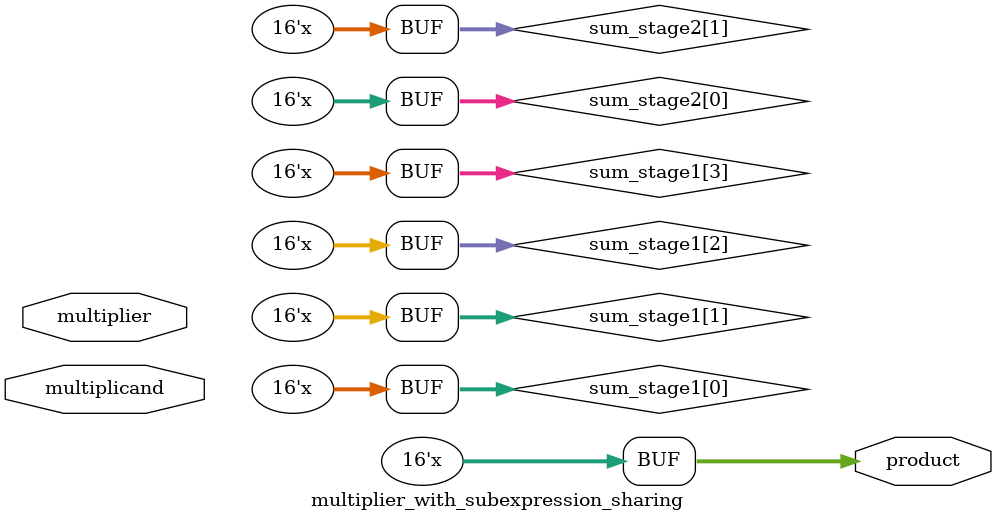
<source format=v>
module multiplier_with_subexpression_sharing(
    input [7:0] multiplicand,  // 8-bit multiplicand
    input [7:0] multiplier,    // 8-bit multiplier
    output [15:0] product      // 16-bit product output
);

wire [15:0] partial_products[7:0];  // Array to hold partial products

// Generate partial products using subexpression sharing
genvar i;
generate
    for (i = 0; i < 8; i = i + 1) begin : gen_partial_products
        assign partial_products[i] = (multiplier[i] ? {8'b0, multiplicand} << i : 16'b0);
    end
endgenerate

// Add all partial products using a binary tree reduction for further optimization
wire [15:0] sum_stage1[3:0];
wire [15:0] sum_stage2[1:0];

assign sum_stage1[0] = partial_products[0] + partial_products[1];
assign sum_stage1[1] = partial_products[2] + partial_products[3];
assign sum_stage1[2] = partial_products[4] + partial_products[5];
assign sum_stage1[3] = partial_products[6] + partial_products[7];

assign sum_stage2[0] = sum_stage1[0] + sum_stage1[1];
assign sum_stage2[1] = sum_stage1[2] + sum_stage1[3];

assign product = sum_stage2[0] + sum_stage2[1];

endmodule

</source>
